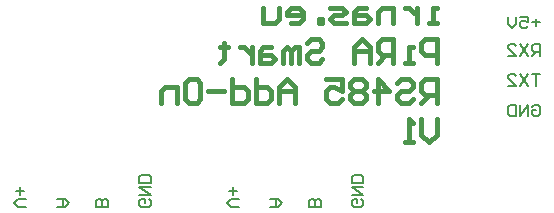
<source format=gbo>
G04*
G04 #@! TF.GenerationSoftware,Altium Limited,Altium Designer,19.0.15 (446)*
G04*
G04 Layer_Color=32896*
%FSAX25Y25*%
%MOIN*%
G70*
G01*
G75*
%ADD13C,0.00787*%
%ADD66C,0.01575*%
D13*
X0169800Y0120601D02*
X0167177D01*
X0165865Y0121913D01*
X0167177Y0123225D01*
X0169800D01*
X0167833Y0124537D02*
Y0127160D01*
X0169144Y0125848D02*
X0166521D01*
X0180235Y0120601D02*
X0182859D01*
X0184170Y0121913D01*
X0182859Y0123225D01*
X0180235D01*
X0182203D01*
Y0120601D01*
X0197163D02*
X0193227D01*
Y0122569D01*
X0193883Y0123225D01*
X0194539D01*
X0195195Y0122569D01*
Y0120601D01*
Y0122569D01*
X0195851Y0123225D01*
X0196507D01*
X0197163Y0122569D01*
Y0120601D01*
X0210680Y0123225D02*
X0211336Y0122569D01*
Y0121257D01*
X0210680Y0120601D01*
X0208056D01*
X0207400Y0121257D01*
Y0122569D01*
X0208056Y0123225D01*
X0209368D01*
Y0121913D01*
X0207400Y0124537D02*
X0211336D01*
X0207400Y0127160D01*
X0211336D01*
Y0128472D02*
X0207400D01*
Y0130440D01*
X0208056Y0131096D01*
X0210680D01*
X0211336Y0130440D01*
Y0128472D01*
X0281546Y0123225D02*
X0282202Y0122569D01*
Y0121257D01*
X0281546Y0120601D01*
X0278922D01*
X0278266Y0121257D01*
Y0122569D01*
X0278922Y0123225D01*
X0280234D01*
Y0121913D01*
X0278266Y0124537D02*
X0282202D01*
X0278266Y0127160D01*
X0282202D01*
Y0128472D02*
X0278266D01*
Y0130440D01*
X0278922Y0131096D01*
X0281546D01*
X0282202Y0130440D01*
Y0128472D01*
X0268029Y0120601D02*
X0264093D01*
Y0122569D01*
X0264749Y0123225D01*
X0265405D01*
X0266061Y0122569D01*
Y0120601D01*
Y0122569D01*
X0266717Y0123225D01*
X0267373D01*
X0268029Y0122569D01*
Y0120601D01*
X0251101D02*
X0253725D01*
X0255037Y0121913D01*
X0253725Y0123225D01*
X0251101D01*
X0253069D01*
Y0120601D01*
X0240667D02*
X0238043D01*
X0236731Y0121913D01*
X0238043Y0123225D01*
X0240667D01*
X0238699Y0124537D02*
Y0127160D01*
X0240011Y0125848D02*
X0237387D01*
X0341061Y0182018D02*
X0338438D01*
X0339750Y0183329D02*
Y0180706D01*
X0334502Y0183985D02*
X0337126D01*
Y0182018D01*
X0335814Y0182674D01*
X0335158D01*
X0334502Y0182018D01*
Y0180706D01*
X0335158Y0180050D01*
X0336470D01*
X0337126Y0180706D01*
X0333190Y0183985D02*
Y0181362D01*
X0331878Y0180050D01*
X0330566Y0181362D01*
Y0183985D01*
X0341061Y0170798D02*
Y0174733D01*
X0339094D01*
X0338438Y0174077D01*
Y0172766D01*
X0339094Y0172110D01*
X0341061D01*
X0339750D02*
X0338438Y0170798D01*
X0337126Y0174733D02*
X0334502Y0170798D01*
Y0174733D02*
X0337126Y0170798D01*
X0330566D02*
X0333190D01*
X0330566Y0173422D01*
Y0174077D01*
X0331222Y0174733D01*
X0332534D01*
X0333190Y0174077D01*
X0341061Y0164694D02*
X0338438D01*
X0339750D01*
Y0160758D01*
X0337126Y0164694D02*
X0334502Y0160758D01*
Y0164694D02*
X0337126Y0160758D01*
X0330566D02*
X0333190D01*
X0330566Y0163382D01*
Y0164038D01*
X0331222Y0164694D01*
X0332534D01*
X0333190Y0164038D01*
X0338438Y0153999D02*
X0339094Y0154655D01*
X0340406D01*
X0341061Y0153999D01*
Y0151375D01*
X0340406Y0150719D01*
X0339094D01*
X0338438Y0151375D01*
Y0152687D01*
X0339750D01*
X0337126Y0150719D02*
Y0154655D01*
X0334502Y0150719D01*
Y0154655D01*
X0333190D02*
Y0150719D01*
X0331222D01*
X0330566Y0151375D01*
Y0153999D01*
X0331222Y0154655D01*
X0333190D01*
D66*
X0306613Y0181733D02*
X0303989D01*
X0305301D01*
Y0186981D01*
X0306613D01*
X0300053D02*
Y0181733D01*
Y0184357D01*
X0298741Y0185669D01*
X0297429Y0186981D01*
X0296117D01*
X0292182Y0181733D02*
Y0186981D01*
X0288246D01*
X0286934Y0185669D01*
Y0181733D01*
X0282998Y0186981D02*
X0280374D01*
X0279063Y0185669D01*
Y0181733D01*
X0282998D01*
X0284310Y0183045D01*
X0282998Y0184357D01*
X0279063D01*
X0276439Y0181733D02*
X0272503D01*
X0271191Y0183045D01*
X0272503Y0184357D01*
X0275127D01*
X0276439Y0185669D01*
X0275127Y0186981D01*
X0271191D01*
X0268567Y0181733D02*
Y0183045D01*
X0267255D01*
Y0181733D01*
X0268567D01*
X0258072D02*
X0260696D01*
X0262008Y0183045D01*
Y0185669D01*
X0260696Y0186981D01*
X0258072D01*
X0256760Y0185669D01*
Y0184357D01*
X0262008D01*
X0254136Y0186981D02*
Y0183045D01*
X0252824Y0181733D01*
X0248888D01*
Y0186981D01*
X0306613Y0168508D02*
Y0176380D01*
X0302677D01*
X0301365Y0175068D01*
Y0172444D01*
X0302677Y0171132D01*
X0306613D01*
X0298741Y0168508D02*
X0296117D01*
X0297429D01*
Y0173756D01*
X0298741D01*
X0292182Y0168508D02*
Y0176380D01*
X0288246D01*
X0286934Y0175068D01*
Y0172444D01*
X0288246Y0171132D01*
X0292182D01*
X0289558D02*
X0286934Y0168508D01*
X0284310D02*
Y0173756D01*
X0281686Y0176380D01*
X0279063Y0173756D01*
Y0168508D01*
Y0172444D01*
X0284310D01*
X0263319Y0175068D02*
X0264632Y0176380D01*
X0267255D01*
X0268567Y0175068D01*
Y0173756D01*
X0267255Y0172444D01*
X0264632D01*
X0263319Y0171132D01*
Y0169820D01*
X0264632Y0168508D01*
X0267255D01*
X0268567Y0169820D01*
X0260696Y0168508D02*
Y0173756D01*
X0259384D01*
X0258072Y0172444D01*
Y0168508D01*
Y0172444D01*
X0256760Y0173756D01*
X0255448Y0172444D01*
Y0168508D01*
X0251512Y0173756D02*
X0248888D01*
X0247577Y0172444D01*
Y0168508D01*
X0251512D01*
X0252824Y0169820D01*
X0251512Y0171132D01*
X0247577D01*
X0244953Y0173756D02*
Y0168508D01*
Y0171132D01*
X0243641Y0172444D01*
X0242329Y0173756D01*
X0241017D01*
X0235769Y0175068D02*
Y0173756D01*
X0237081D01*
X0234457D01*
X0235769D01*
Y0169820D01*
X0234457Y0168508D01*
X0306613Y0155283D02*
Y0163154D01*
X0302677D01*
X0301365Y0161842D01*
Y0159219D01*
X0302677Y0157907D01*
X0306613D01*
X0303989D02*
X0301365Y0155283D01*
X0293494Y0161842D02*
X0294806Y0163154D01*
X0297429D01*
X0298741Y0161842D01*
Y0160530D01*
X0297429Y0159219D01*
X0294806D01*
X0293494Y0157907D01*
Y0156595D01*
X0294806Y0155283D01*
X0297429D01*
X0298741Y0156595D01*
X0286934Y0155283D02*
Y0163154D01*
X0290870Y0159219D01*
X0285622D01*
X0282998Y0161842D02*
X0281686Y0163154D01*
X0279063D01*
X0277751Y0161842D01*
Y0160530D01*
X0279063Y0159219D01*
X0277751Y0157907D01*
Y0156595D01*
X0279063Y0155283D01*
X0281686D01*
X0282998Y0156595D01*
Y0157907D01*
X0281686Y0159219D01*
X0282998Y0160530D01*
Y0161842D01*
X0281686Y0159219D02*
X0279063D01*
X0269879Y0163154D02*
X0275127D01*
Y0159219D01*
X0272503Y0160530D01*
X0271191D01*
X0269879Y0159219D01*
Y0156595D01*
X0271191Y0155283D01*
X0273815D01*
X0275127Y0156595D01*
X0259384Y0155283D02*
Y0160530D01*
X0256760Y0163154D01*
X0254136Y0160530D01*
Y0155283D01*
Y0159219D01*
X0259384D01*
X0246265Y0163154D02*
Y0155283D01*
X0250200D01*
X0251512Y0156595D01*
Y0159219D01*
X0250200Y0160530D01*
X0246265D01*
X0238393Y0163154D02*
Y0155283D01*
X0242329D01*
X0243641Y0156595D01*
Y0159219D01*
X0242329Y0160530D01*
X0238393D01*
X0235769Y0159219D02*
X0230522D01*
X0223962Y0163154D02*
X0226586D01*
X0227898Y0161842D01*
Y0156595D01*
X0226586Y0155283D01*
X0223962D01*
X0222650Y0156595D01*
Y0161842D01*
X0223962Y0163154D01*
X0220026Y0155283D02*
Y0160530D01*
X0216091D01*
X0214779Y0159219D01*
Y0155283D01*
X0306613Y0149929D02*
Y0144681D01*
X0303989Y0142058D01*
X0301365Y0144681D01*
Y0149929D01*
X0298741Y0142058D02*
X0296117D01*
X0297429D01*
Y0149929D01*
X0298741Y0148617D01*
M02*

</source>
